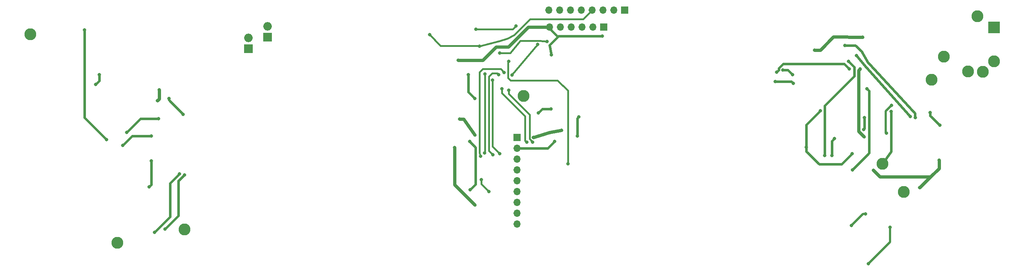
<source format=gbr>
G04 #@! TF.GenerationSoftware,KiCad,Pcbnew,no-vcs-found*
G04 #@! TF.CreationDate,2018-07-18T20:25:48+02:00*
G04 #@! TF.ProjectId,mycelium_pcb,6D7963656C69756D5F7063622E6B6963,rev?*
G04 #@! TF.SameCoordinates,Original
G04 #@! TF.FileFunction,Copper,L2,Bot,Signal*
G04 #@! TF.FilePolarity,Positive*
%FSLAX46Y46*%
G04 Gerber Fmt 4.6, Leading zero omitted, Abs format (unit mm)*
G04 Created by KiCad (PCBNEW no-vcs-found) date Wed Jul 18 20:25:48 2018*
%MOMM*%
%LPD*%
G01*
G04 APERTURE LIST*
%ADD10O,1.700000X1.700000*%
%ADD11R,1.700000X1.700000*%
%ADD12C,2.800000*%
%ADD13R,2.800000X2.800000*%
%ADD14O,2.000000X2.000000*%
%ADD15R,2.000000X2.000000*%
%ADD16C,0.800000*%
%ADD17C,0.800000*%
%ADD18C,0.600000*%
%ADD19C,0.550000*%
%ADD20C,0.400000*%
G04 APERTURE END LIST*
D10*
X145707100Y-89789000D03*
X145707100Y-87249000D03*
X145707100Y-84709000D03*
X145707100Y-82169000D03*
X145707100Y-79629000D03*
X145707100Y-77089000D03*
X145707100Y-74549000D03*
D11*
X145707100Y-72009000D03*
D10*
X145707100Y-92329000D03*
D12*
X254863600Y-56603900D03*
X253644400Y-43586400D03*
D13*
X257492500Y-46215300D03*
D12*
X257492500Y-54215300D03*
D14*
X87210900Y-45999400D03*
D15*
X87210900Y-48539400D03*
D12*
X147193000Y-62306200D03*
X251460000Y-56553100D03*
X245757700Y-53086000D03*
D11*
X165976300Y-46139100D03*
D10*
X163436300Y-46139100D03*
X160896300Y-46139100D03*
X158356300Y-46139100D03*
X155816300Y-46139100D03*
X153276300Y-46139100D03*
D12*
X242887500Y-58483500D03*
D11*
X170954700Y-42138600D03*
D10*
X168414700Y-42138600D03*
X165874700Y-42138600D03*
X163334700Y-42138600D03*
X160794700Y-42138600D03*
X158254700Y-42138600D03*
X155714700Y-42138600D03*
X153174700Y-42138600D03*
D12*
X231394000Y-78232000D03*
D15*
X82677000Y-51206400D03*
D14*
X82677000Y-48666400D03*
D12*
X236372400Y-84823300D03*
X31559500Y-47802800D03*
X51917600Y-96786700D03*
X67729100Y-93599000D03*
D16*
X229247700Y-79743300D03*
X240106200Y-83820000D03*
X244640100Y-77343000D03*
X215417400Y-51523900D03*
X226707700Y-48475900D03*
X224294700Y-75857100D03*
X216789000Y-65798700D03*
X213512400Y-74295000D03*
X134264400Y-57340500D03*
X135788400Y-62865000D03*
X159816800Y-71691500D03*
X160147000Y-67221100D03*
X154457400Y-72999600D03*
X227037900Y-71894700D03*
X226123500Y-55968900D03*
X135750300Y-87833200D03*
X131038600Y-74434700D03*
X61798200Y-60858400D03*
X61353700Y-63423800D03*
X131864100Y-53911500D03*
X153695400Y-52654200D03*
X165633400Y-48221900D03*
X59931300Y-77533500D03*
X59397900Y-83667600D03*
X67386200Y-66611500D03*
X64033400Y-62865000D03*
X132207000Y-67729100D03*
X135788400Y-71412100D03*
X156095700Y-70332600D03*
X149466300Y-72009000D03*
X153619200Y-65328800D03*
X150647400Y-66268600D03*
X47726600Y-57327800D03*
X46888400Y-59626500D03*
X242582700Y-66217800D03*
X244830600Y-69189600D03*
X233400600Y-65951100D03*
X233514900Y-64503300D03*
X232257600Y-71018400D03*
X223608900Y-55930800D03*
X206578200Y-56692800D03*
X227711000Y-60579000D03*
X224307400Y-79679800D03*
X233184700Y-93091000D03*
X228104700Y-101701600D03*
X227380800Y-90017600D03*
X224053400Y-92735400D03*
X49453800Y-72580500D03*
X44234100Y-46786800D03*
X61607700Y-67627500D03*
X54178200Y-70866000D03*
X142659100Y-56807100D03*
X137160000Y-76466700D03*
X137274300Y-81953100D03*
X139065000Y-84734400D03*
X143713200Y-60934600D03*
X149352000Y-73113900D03*
X147929600Y-73164700D03*
X142100300Y-60604400D03*
X138137900Y-57162700D03*
X138023600Y-75717400D03*
X141338300Y-57277000D03*
X139979400Y-76085700D03*
X139954000Y-58610500D03*
X141617700Y-75819000D03*
X136880600Y-50596800D03*
X125158500Y-47929800D03*
X141605000Y-52197000D03*
X152704800Y-49517300D03*
X145427700Y-45872400D03*
X136017000Y-46634400D03*
X150495000Y-50215800D03*
X144538700Y-57365900D03*
X134696200Y-84289900D03*
X134620000Y-73012300D03*
X217817700Y-76238100D03*
X223380300Y-54178200D03*
X222580200Y-50444400D03*
X239077500Y-67360800D03*
X157632400Y-78232000D03*
X143725900Y-54152800D03*
X219532200Y-76238100D03*
X220141800Y-72275700D03*
X225247200Y-52844700D03*
X237858300Y-67170300D03*
X67703700Y-80835500D03*
X63119000Y-93573600D03*
X66522600Y-80581500D03*
X60655200Y-94322900D03*
X53187600Y-73914000D03*
X59880500Y-71666100D03*
X207987900Y-56235600D03*
X210273900Y-57340500D03*
X227152200Y-67386200D03*
X226923600Y-70180200D03*
X206222600Y-58902600D03*
X210477100Y-59321700D03*
D17*
X230771700Y-81267300D02*
X242658900Y-81267300D01*
X229247700Y-79743300D02*
X230771700Y-81267300D01*
X240106200Y-83820000D02*
X242658900Y-81267300D01*
X242658900Y-81267300D02*
X244640100Y-79286100D01*
X244640100Y-79286100D02*
X244640100Y-77343000D01*
X216814400Y-51523900D02*
X215417400Y-51523900D01*
X219887800Y-48450500D02*
X216814400Y-51523900D01*
X226707700Y-48475900D02*
X219887800Y-48450500D01*
D18*
X213512400Y-75323700D02*
X213512400Y-74295000D01*
X216522300Y-78333600D02*
X213512400Y-75323700D01*
X221818200Y-78333600D02*
X216522300Y-78333600D01*
X224294700Y-75857100D02*
X221818200Y-78333600D01*
X216789000Y-65798700D02*
X213512400Y-69075300D01*
X213512400Y-69075300D02*
X213512400Y-74295000D01*
X134264400Y-61341000D02*
X134264400Y-57340500D01*
X135788400Y-62865000D02*
X134264400Y-61341000D01*
X159816800Y-67551300D02*
X159816800Y-71691500D01*
X160147000Y-67221100D02*
X159816800Y-67551300D01*
X145707100Y-74549000D02*
X152908000Y-74549000D01*
X152908000Y-74549000D02*
X154457400Y-72999600D01*
D17*
X225780600Y-70637400D02*
X227037900Y-71894700D01*
X225780600Y-56311800D02*
X225780600Y-70637400D01*
X226123500Y-55968900D02*
X225780600Y-56311800D01*
X135750300Y-87833200D02*
X131038600Y-83121500D01*
X131038600Y-83121500D02*
X131038600Y-74434700D01*
X61798200Y-62979300D02*
X61798200Y-60858400D01*
X61353700Y-63423800D02*
X61798200Y-62979300D01*
X153276300Y-46139100D02*
X148323300Y-46139100D01*
X137655300Y-53911500D02*
X131864100Y-53911500D01*
X140779500Y-50787300D02*
X137655300Y-53911500D01*
X143675100Y-50787300D02*
X140779500Y-50787300D01*
X148323300Y-46139100D02*
X143675100Y-50787300D01*
D18*
X153276300Y-46139100D02*
X153276300Y-46431200D01*
X153276300Y-46431200D02*
X155289250Y-48444150D01*
X153339800Y-50393600D02*
X153695400Y-52654200D01*
X155448000Y-48285400D02*
X155289250Y-48444150D01*
X155289250Y-48444150D02*
X153339800Y-50393600D01*
X165569900Y-48285400D02*
X155448000Y-48285400D01*
X165633400Y-48221900D02*
X165569900Y-48285400D01*
X59931300Y-83134200D02*
X59931300Y-77533500D01*
X59397900Y-83667600D02*
X59931300Y-83134200D01*
X67386200Y-66611500D02*
X64033400Y-63258700D01*
X64033400Y-63258700D02*
X64033400Y-62865000D01*
D17*
X133172200Y-67729100D02*
X132207000Y-67729100D01*
X135788400Y-71412100D02*
X133172200Y-67729100D01*
X153289000Y-70891400D02*
X156095700Y-70332600D01*
X149466300Y-72009000D02*
X153289000Y-70891400D01*
D18*
X151587200Y-65328800D02*
X153619200Y-65328800D01*
X150647400Y-66268600D02*
X151587200Y-65328800D01*
X47726600Y-58788300D02*
X47726600Y-57327800D01*
X46888400Y-59626500D02*
X47726600Y-58788300D01*
X242582700Y-66941700D02*
X242582700Y-66217800D01*
X244830600Y-69189600D02*
X242582700Y-66941700D01*
X233438700Y-75323700D02*
X231394000Y-78232000D01*
X233438700Y-65989200D02*
X233438700Y-75323700D01*
X233400600Y-65951100D02*
X233438700Y-65989200D01*
D19*
X232143300Y-65874900D02*
X233514900Y-64503300D01*
X232143300Y-70904100D02*
X232143300Y-65874900D01*
X232257600Y-71018400D02*
X232143300Y-70904100D01*
D18*
X222427800Y-54749700D02*
X223608900Y-55930800D01*
X208102200Y-54749700D02*
X222427800Y-54749700D01*
X207035400Y-55816500D02*
X208102200Y-54749700D01*
X207035400Y-56235600D02*
X207035400Y-55816500D01*
X206578200Y-56692800D02*
X207035400Y-56235600D01*
X228269800Y-61137800D02*
X227711000Y-60579000D01*
X228269800Y-75717400D02*
X228269800Y-61137800D01*
X224307400Y-79679800D02*
X228269800Y-75717400D01*
D19*
X233184700Y-96621600D02*
X233184700Y-93091000D01*
X228104700Y-101701600D02*
X233184700Y-96621600D01*
X226771200Y-90017600D02*
X227380800Y-90017600D01*
X224053400Y-92735400D02*
X226771200Y-90017600D01*
D18*
X49453800Y-72580500D02*
X44234100Y-67360800D01*
X44234100Y-67360800D02*
X44234100Y-46786800D01*
X57416700Y-67627500D02*
X61607700Y-67627500D01*
X54178200Y-70866000D02*
X57416700Y-67627500D01*
D20*
X141846300Y-55994300D02*
X142659100Y-56807100D01*
X137604500Y-55994300D02*
X141846300Y-55994300D01*
X136855200Y-56743600D02*
X137604500Y-55994300D01*
X136855200Y-75666600D02*
X136855200Y-56743600D01*
X137160000Y-76466700D02*
X136855200Y-75666600D01*
X137274300Y-82943700D02*
X137274300Y-81953100D01*
X139065000Y-84734400D02*
X137274300Y-82943700D01*
X143713200Y-61798200D02*
X143713200Y-60934600D01*
X148628100Y-66713100D02*
X143713200Y-61798200D01*
X148628100Y-72390000D02*
X148628100Y-66713100D01*
X149352000Y-73113900D02*
X148628100Y-72390000D01*
X147929600Y-73164700D02*
X147574000Y-72809100D01*
X147574000Y-72809100D02*
X147574000Y-67081400D01*
X147574000Y-67081400D02*
X142100300Y-61607700D01*
X142100300Y-61607700D02*
X142100300Y-60604400D01*
X138137900Y-75603100D02*
X138137900Y-57162700D01*
X138023600Y-75717400D02*
X138137900Y-75603100D01*
X141058900Y-56997600D02*
X141338300Y-57277000D01*
X139839700Y-56997600D02*
X141058900Y-56997600D01*
X139065000Y-57772300D02*
X139839700Y-56997600D01*
X139065000Y-75171300D02*
X139065000Y-57772300D01*
X139979400Y-76085700D02*
X139065000Y-75171300D01*
X139954000Y-74155300D02*
X139954000Y-58610500D01*
X141617700Y-75819000D02*
X139954000Y-74155300D01*
X163334700Y-42138600D02*
X163322000Y-42138600D01*
X163322000Y-42138600D02*
X161150300Y-44310300D01*
X141465300Y-49428400D02*
X136880600Y-50596800D01*
X143410109Y-48876170D02*
X141465300Y-49428400D01*
X144983200Y-48018700D02*
X143410109Y-48876170D01*
X148691600Y-44310300D02*
X144983200Y-48018700D01*
X161150300Y-44310300D02*
X148691600Y-44310300D01*
X136817100Y-50533300D02*
X136880600Y-50596800D01*
X127762000Y-50533300D02*
X136817100Y-50533300D01*
X125158500Y-47929800D02*
X127762000Y-50533300D01*
X144094200Y-52197000D02*
X141605000Y-52197000D01*
X146431000Y-49377600D02*
X144094200Y-52197000D01*
X150964900Y-49377600D02*
X146431000Y-49377600D01*
X152704800Y-49517300D02*
X150964900Y-49377600D01*
X145427700Y-45872400D02*
X144665700Y-46634400D01*
X144665700Y-46634400D02*
X136017000Y-46634400D01*
X150495000Y-50215800D02*
X144538700Y-57277000D01*
X144538700Y-57277000D02*
X144538700Y-57365900D01*
D18*
X135978900Y-83007200D02*
X134696200Y-84289900D01*
X135978900Y-74371200D02*
X135978900Y-83007200D01*
X134620000Y-73012300D02*
X135978900Y-74371200D01*
X217817700Y-64579500D02*
X217817700Y-76238100D01*
X224726500Y-57670700D02*
X217817700Y-64579500D01*
X224726500Y-55524400D02*
X224726500Y-57670700D01*
X223380300Y-54178200D02*
X224726500Y-55524400D01*
X225056700Y-50444400D02*
X222580200Y-50444400D01*
X226428300Y-51816000D02*
X225056700Y-50444400D01*
X227876100Y-54317900D02*
X226428300Y-51816000D01*
X238963200Y-66408300D02*
X227876100Y-54317900D01*
X238963200Y-67246500D02*
X238963200Y-66408300D01*
X239077500Y-67360800D02*
X238963200Y-67246500D01*
D20*
X157632400Y-61074300D02*
X157632400Y-78232000D01*
X155181300Y-58623200D02*
X157632400Y-61074300D01*
X144145000Y-58623200D02*
X155181300Y-58623200D01*
X143560800Y-58039000D02*
X144145000Y-58623200D01*
X143560800Y-54317900D02*
X143560800Y-58039000D01*
X143725900Y-54152800D02*
X143560800Y-54317900D01*
D18*
X219532200Y-72885300D02*
X219532200Y-76238100D01*
X220141800Y-72275700D02*
X219532200Y-72885300D01*
X227266500Y-55270400D02*
X225247200Y-52844700D01*
X237858300Y-67170300D02*
X227266500Y-55270400D01*
X66306700Y-82232500D02*
X67703700Y-80835500D01*
X66306700Y-90385900D02*
X66306700Y-82232500D01*
X63119000Y-93573600D02*
X66306700Y-90385900D01*
X64312800Y-82791300D02*
X66522600Y-80581500D01*
X64312800Y-90665300D02*
X64312800Y-82791300D01*
X60655200Y-94322900D02*
X64312800Y-90665300D01*
X53187600Y-73914000D02*
X55460900Y-71666100D01*
X55460900Y-71666100D02*
X59880500Y-71666100D01*
X209169000Y-56235600D02*
X207987900Y-56235600D01*
X210273900Y-57340500D02*
X209169000Y-56235600D01*
X227152200Y-69951600D02*
X227152200Y-67386200D01*
X226923600Y-70180200D02*
X227152200Y-69951600D01*
X210058000Y-58902600D02*
X206222600Y-58902600D01*
X210477100Y-59321700D02*
X210058000Y-58902600D01*
M02*

</source>
